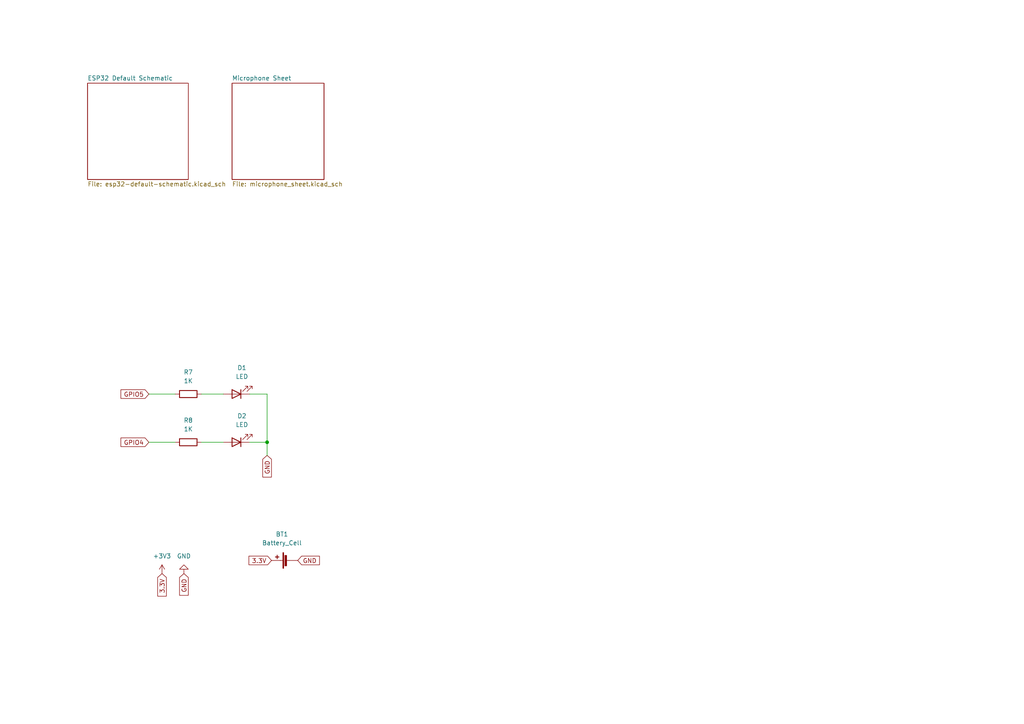
<source format=kicad_sch>
(kicad_sch (version 20211123) (generator eeschema)
  (paper "A4")
  (lib_symbols
    (symbol "Device:Battery_Cell" (pin_numbers hide) (pin_names (offset 0) hide)
      (property "Reference" "BT" (at 2.54 2.54 0))
      (property "Value" "Battery_Cell" (at 2.54 0 0))
      (symbol "Battery_Cell_0_1"
        (rectangle (start -2.286 1.778) (end 2.286 1.524) (fill (type outline)))
        (rectangle (start -1.5748 1.1938) (end 1.4732 0.6858) (fill (type outline)))
        (polyline (pts (xy 0 0.762) (xy 0 0)))
        (polyline (pts (xy 0 1.778) (xy 0 2.54)))
        (polyline (pts (xy 0.508 3.429) (xy 1.524 3.429)) (stroke (width 0.254)))
        (polyline (pts (xy 1.016 3.937) (xy 1.016 2.921)) (stroke (width 0.254)))
      )
      (symbol "Battery_Cell_1_1"
        (pin passive line (at 0 5.08 270) (length 2.54) (name "+") (number "1"))
        (pin passive line (at 0 -2.54 90) (length 2.54) (name "-") (number "2"))
      )
    )
    (symbol "Device:LED" (pin_numbers hide) (pin_names (offset 1.016) hide)
      (property "Reference" "D" (at 0 2.54 0))
      (property "Value" "LED" (at 0 -2.54 0))
      (symbol "LED_0_1"
        (polyline (pts (xy -1.27 -1.27) (xy -1.27 1.27)) (stroke (width 0.254)))
        (polyline (pts (xy -1.27 0) (xy 1.27 0)))
        (polyline (pts (xy 1.27 -1.27) (xy 1.27 1.27) (xy -1.27 0) (xy 1.27 -1.27)) (stroke (width 0.254)))
        (polyline (pts (xy -3.048 -0.762) (xy -4.572 -2.286) (xy -3.81 -2.286) (xy -4.572 -2.286) (xy -4.572 -1.524)))
        (polyline (pts (xy -1.778 -0.762) (xy -3.302 -2.286) (xy -2.54 -2.286) (xy -3.302 -2.286) (xy -3.302 -1.524)))
      )
      (symbol "LED_1_1"
        (pin passive line (at -3.81 0 0) (length 2.54) (name "K") (number "1"))
        (pin passive line (at 3.81 0 180) (length 2.54) (name "A") (number "2"))
      )
    )
    (symbol "Device:R" (pin_numbers hide) (pin_names (offset 0))
      (property "Reference" "R" (at 2.032 0 90))
      (property "Value" "R" (at 0 0 90))
      (symbol "R_0_1"
        (rectangle (start -1.016 -2.54) (end 1.016 2.54) (stroke (width 0.254)))
      )
      (symbol "R_1_1"
        (pin passive line (at 0 3.81 270) (length 1.27) (name "~") (number "1"))
        (pin passive line (at 0 -3.81 90) (length 1.27) (name "~") (number "2"))
      )
    )
    (symbol "power:+3.3V" (power) (pin_names (offset 0))
      (property "Value" "+3.3V" (at 0 3.556 0))
      (symbol "+3.3V_0_1"
        (polyline (pts (xy -0.762 1.27) (xy 0 2.54)))
        (polyline (pts (xy 0 0) (xy 0 2.54)))
        (polyline (pts (xy 0 2.54) (xy 0.762 1.27)))
      )
      (symbol "+3.3V_1_1"
        (pin power_in line (at 0 0 90) (length 0) hide (name "+3V3") (number "1"))
      )
    )
    (symbol "power:GND" (power) (pin_names (offset 0))
      (property "Value" "GND" (at 0 -3.81 0))
      (symbol "GND_0_1"
        (polyline (pts (xy 0 0) (xy 0 -1.27) (xy 1.27 -1.27) (xy 0 -2.54) (xy -1.27 -1.27) (xy 0 -1.27)))
      )
      (symbol "GND_1_1"
        (pin power_in line (at 0 0 270) (length 0) hide (name "GND") (number "1"))
      )
    )
  )
  (junction (at 77.47 128.27))
  (wire (pts (xy 58.42 114.3) (xy 64.77 114.3)))
  (wire (pts (xy 43.18 128.27) (xy 50.8 128.27)))
  (wire (pts (xy 77.47 128.27) (xy 77.47 132.08)))
  (wire (pts (xy 58.42 128.27) (xy 64.77 128.27)))
  (wire (pts (xy 72.39 128.27) (xy 77.47 128.27)))
  (wire (pts (xy 72.39 114.3) (xy 77.47 114.3)))
  (wire (pts (xy 43.18 114.3) (xy 50.8 114.3)))
  (wire (pts (xy 77.47 114.3) (xy 77.47 128.27)))
  (global_label "GPIO4" (shape input) (at 43.18 128.27 180) (property "Intersheet References" "${INTERSHEET_REFS}" (effects hide)))
  (global_label "GND" (shape input) (at 53.34 166.37 270) (property "Intersheet References" "${INTERSHEET_REFS}" (effects hide)))
  (global_label "GPIO5" (shape input) (at 43.18 114.3 180) (property "Intersheet References" "${INTERSHEET_REFS}" (effects hide)))
  (global_label "GND" (shape input) (at 86.36 162.56 0) (property "Intersheet References" "${INTERSHEET_REFS}" (effects hide)))
  (global_label "3.3V" (shape input) (at 46.99 166.37 270) (property "Intersheet References" "${INTERSHEET_REFS}" (effects hide)))
  (global_label "3.3V" (shape input) (at 78.74 162.56 180) (property "Intersheet References" "${INTERSHEET_REFS}" (effects hide)))
  (global_label "GND" (shape input) (at 77.47 132.08 270) (property "Intersheet References" "${INTERSHEET_REFS}" (effects hide)))
  (symbol (lib_id "Device:R") (at 54.61 114.3 90) (unit 1)
    (property "Reference" "R7" (at 54.61 107.95 90))
    (property "Value" "1K" (at 54.61 110.49 90))
    (property "Footprint" "Resistor_SMD:R_0402_1005Metric" (effects hide))
  )
  (symbol (lib_id "Device:Battery_Cell") (at 83.82 162.56 90) (unit 1)
    (property "Reference" "BT1" (at 81.788 154.94 90))
    (property "Value" "Battery_Cell" (at 81.788 157.48 90))
    (property "Footprint" "Battery:BatteryHolder_Keystone_1058_1x2032" (effects hide))
  )
  (symbol (lib_id "power:+3.3V") (at 46.99 166.37 0) (unit 1)
    (property "Reference" "#PWR01" (effects hide))
    (property "Value" "+3.3V" (at 46.99 161.29 0))
  )
  (symbol (lib_id "Device:LED") (at 68.58 114.3 180) (unit 1)
    (property "Reference" "D1" (at 70.1675 106.68 0))
    (property "Value" "LED" (at 70.1675 109.22 0))
    (property "Footprint" "LED_SMD:LED_0402_1005Metric" (effects hide))
  )
  (symbol (lib_id "Device:R") (at 54.61 128.27 90) (unit 1)
    (property "Reference" "R8" (at 54.61 121.92 90))
    (property "Value" "1K" (at 54.61 124.46 90))
    (property "Footprint" "Resistor_SMD:R_0402_1005Metric" (effects hide))
  )
  (symbol (lib_id "power:GND") (at 53.34 166.37 180) (unit 1)
    (property "Reference" "#PWR02" (effects hide))
    (property "Value" "GND" (at 53.34 161.29 0))
  )
  (symbol (lib_id "Device:LED") (at 68.58 128.27 180) (unit 1)
    (property "Reference" "D2" (at 70.1675 120.65 0))
    (property "Value" "LED" (at 70.1675 123.19 0))
    (property "Footprint" "LED_SMD:LED_0402_1005Metric" (effects hide))
  )
  (sheet (at 25.4 24.13) (size 29.21 27.94) (stroke (width 0.1524))
    (property "Sheet name" "ESP32 Default Schematic" (at 25.4 23.4184 0) (effects (justify left bottom)))
    (property "Sheet file" "esp32-default-schematic.kicad_sch" (at 25.4 52.6546 0) (effects (justify left top)))
  )
  (sheet (at 67.31 24.13) (size 26.67 27.94) (stroke (width 0.1524))
    (property "Sheet name" "Microphone Sheet" (at 67.31 23.4184 0) (effects (justify left bottom)))
    (property "Sheet file" "microphone_sheet.kicad_sch" (at 67.31 52.6546 0) (effects (justify left top)))
  )
)
</source>
